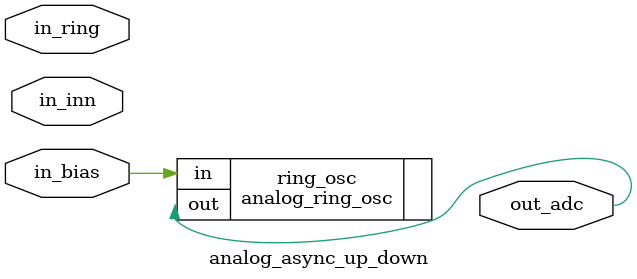
<source format=v>
module analog_async_up_down(
    input in_ring,
    input in_bias,
    input in_inn,
    output out_adc
);

wire ring_adc;

analog_1bit_adc one_bit_adc(
    .in(in_ring),
    .out(ring_adc)
);

analog_ring_osc ring_osc(
    .in(ring_adc),
    .in(in_inn),
    .in(in_bias),
    .out(out_adc)
);

endmodule

</source>
